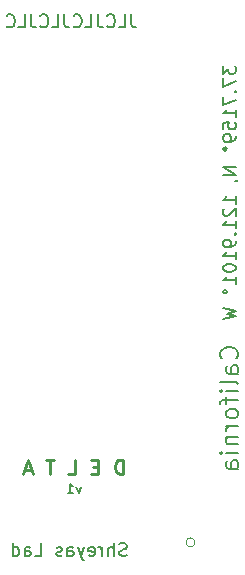
<source format=gbo>
%TF.GenerationSoftware,KiCad,Pcbnew,(6.0.2-0)*%
%TF.CreationDate,2022-06-16T14:33:15-07:00*%
%TF.ProjectId,delta,64656c74-612e-46b6-9963-61645f706362,v1*%
%TF.SameCoordinates,Original*%
%TF.FileFunction,Legend,Bot*%
%TF.FilePolarity,Positive*%
%FSLAX46Y46*%
G04 Gerber Fmt 4.6, Leading zero omitted, Abs format (unit mm)*
G04 Created by KiCad (PCBNEW (6.0.2-0)) date 2022-06-16 14:33:15*
%MOMM*%
%LPD*%
G01*
G04 APERTURE LIST*
%ADD10C,0.150000*%
%ADD11C,0.250000*%
%ADD12C,0.120000*%
%ADD13C,2.200000*%
%ADD14R,2.200000X2.200000*%
%ADD15C,4.400000*%
%ADD16C,0.700000*%
%ADD17O,0.900000X1.700000*%
%ADD18O,0.900000X2.400000*%
G04 APERTURE END LIST*
D10*
X130445238Y-123945238D02*
X130288095Y-123997619D01*
X130026190Y-123997619D01*
X129921428Y-123945238D01*
X129869047Y-123892857D01*
X129816666Y-123788095D01*
X129816666Y-123683333D01*
X129869047Y-123578571D01*
X129921428Y-123526190D01*
X130026190Y-123473809D01*
X130235714Y-123421428D01*
X130340476Y-123369047D01*
X130392857Y-123316666D01*
X130445238Y-123211904D01*
X130445238Y-123107142D01*
X130392857Y-123002380D01*
X130340476Y-122950000D01*
X130235714Y-122897619D01*
X129973809Y-122897619D01*
X129816666Y-122950000D01*
X129345238Y-123997619D02*
X129345238Y-122897619D01*
X128873809Y-123997619D02*
X128873809Y-123421428D01*
X128926190Y-123316666D01*
X129030952Y-123264285D01*
X129188095Y-123264285D01*
X129292857Y-123316666D01*
X129345238Y-123369047D01*
X128350000Y-123997619D02*
X128350000Y-123264285D01*
X128350000Y-123473809D02*
X128297619Y-123369047D01*
X128245238Y-123316666D01*
X128140476Y-123264285D01*
X128035714Y-123264285D01*
X127250000Y-123945238D02*
X127354761Y-123997619D01*
X127564285Y-123997619D01*
X127669047Y-123945238D01*
X127721428Y-123840476D01*
X127721428Y-123421428D01*
X127669047Y-123316666D01*
X127564285Y-123264285D01*
X127354761Y-123264285D01*
X127250000Y-123316666D01*
X127197619Y-123421428D01*
X127197619Y-123526190D01*
X127721428Y-123630952D01*
X126830952Y-123264285D02*
X126569047Y-123997619D01*
X126307142Y-123264285D02*
X126569047Y-123997619D01*
X126673809Y-124259523D01*
X126726190Y-124311904D01*
X126830952Y-124364285D01*
X125416666Y-123997619D02*
X125416666Y-123421428D01*
X125469047Y-123316666D01*
X125573809Y-123264285D01*
X125783333Y-123264285D01*
X125888095Y-123316666D01*
X125416666Y-123945238D02*
X125521428Y-123997619D01*
X125783333Y-123997619D01*
X125888095Y-123945238D01*
X125940476Y-123840476D01*
X125940476Y-123735714D01*
X125888095Y-123630952D01*
X125783333Y-123578571D01*
X125521428Y-123578571D01*
X125416666Y-123526190D01*
X124945238Y-123945238D02*
X124840476Y-123997619D01*
X124630952Y-123997619D01*
X124526190Y-123945238D01*
X124473809Y-123840476D01*
X124473809Y-123788095D01*
X124526190Y-123683333D01*
X124630952Y-123630952D01*
X124788095Y-123630952D01*
X124892857Y-123578571D01*
X124945238Y-123473809D01*
X124945238Y-123421428D01*
X124892857Y-123316666D01*
X124788095Y-123264285D01*
X124630952Y-123264285D01*
X124526190Y-123316666D01*
X122640476Y-123997619D02*
X123164285Y-123997619D01*
X123164285Y-122897619D01*
X121802380Y-123997619D02*
X121802380Y-123421428D01*
X121854761Y-123316666D01*
X121959523Y-123264285D01*
X122169047Y-123264285D01*
X122273809Y-123316666D01*
X121802380Y-123945238D02*
X121907142Y-123997619D01*
X122169047Y-123997619D01*
X122273809Y-123945238D01*
X122326190Y-123840476D01*
X122326190Y-123735714D01*
X122273809Y-123630952D01*
X122169047Y-123578571D01*
X121907142Y-123578571D01*
X121802380Y-123526190D01*
X120807142Y-123997619D02*
X120807142Y-122897619D01*
X120807142Y-123945238D02*
X120911904Y-123997619D01*
X121121428Y-123997619D01*
X121226190Y-123945238D01*
X121278571Y-123892857D01*
X121330952Y-123788095D01*
X121330952Y-123473809D01*
X121278571Y-123369047D01*
X121226190Y-123316666D01*
X121121428Y-123264285D01*
X120911904Y-123264285D01*
X120807142Y-123316666D01*
D11*
X130142857Y-117042857D02*
X130142857Y-115842857D01*
X129857142Y-115842857D01*
X129685714Y-115900000D01*
X129571428Y-116014285D01*
X129514285Y-116128571D01*
X129457142Y-116357142D01*
X129457142Y-116528571D01*
X129514285Y-116757142D01*
X129571428Y-116871428D01*
X129685714Y-116985714D01*
X129857142Y-117042857D01*
X130142857Y-117042857D01*
X128028571Y-116414285D02*
X127628571Y-116414285D01*
X127457142Y-117042857D02*
X128028571Y-117042857D01*
X128028571Y-115842857D01*
X127457142Y-115842857D01*
X125457142Y-117042857D02*
X126028571Y-117042857D01*
X126028571Y-115842857D01*
X124314285Y-115842857D02*
X123628571Y-115842857D01*
X123971428Y-117042857D02*
X123971428Y-115842857D01*
X122371428Y-116700000D02*
X121800000Y-116700000D01*
X122485714Y-117042857D02*
X122085714Y-115842857D01*
X121685714Y-117042857D01*
D10*
X126555428Y-118128571D02*
X126364952Y-118661904D01*
X126174476Y-118128571D01*
X125450666Y-118661904D02*
X125907809Y-118661904D01*
X125679238Y-118661904D02*
X125679238Y-117861904D01*
X125755428Y-117976190D01*
X125831619Y-118052380D01*
X125907809Y-118090476D01*
X130810952Y-78137619D02*
X130810952Y-78923333D01*
X130863333Y-79080476D01*
X130968095Y-79185238D01*
X131125238Y-79237619D01*
X131230000Y-79237619D01*
X129763333Y-79237619D02*
X130287142Y-79237619D01*
X130287142Y-78137619D01*
X128768095Y-79132857D02*
X128820476Y-79185238D01*
X128977619Y-79237619D01*
X129082380Y-79237619D01*
X129239523Y-79185238D01*
X129344285Y-79080476D01*
X129396666Y-78975714D01*
X129449047Y-78766190D01*
X129449047Y-78609047D01*
X129396666Y-78399523D01*
X129344285Y-78294761D01*
X129239523Y-78190000D01*
X129082380Y-78137619D01*
X128977619Y-78137619D01*
X128820476Y-78190000D01*
X128768095Y-78242380D01*
X127982380Y-78137619D02*
X127982380Y-78923333D01*
X128034761Y-79080476D01*
X128139523Y-79185238D01*
X128296666Y-79237619D01*
X128401428Y-79237619D01*
X126934761Y-79237619D02*
X127458571Y-79237619D01*
X127458571Y-78137619D01*
X125939523Y-79132857D02*
X125991904Y-79185238D01*
X126149047Y-79237619D01*
X126253809Y-79237619D01*
X126410952Y-79185238D01*
X126515714Y-79080476D01*
X126568095Y-78975714D01*
X126620476Y-78766190D01*
X126620476Y-78609047D01*
X126568095Y-78399523D01*
X126515714Y-78294761D01*
X126410952Y-78190000D01*
X126253809Y-78137619D01*
X126149047Y-78137619D01*
X125991904Y-78190000D01*
X125939523Y-78242380D01*
X125153809Y-78137619D02*
X125153809Y-78923333D01*
X125206190Y-79080476D01*
X125310952Y-79185238D01*
X125468095Y-79237619D01*
X125572857Y-79237619D01*
X124106190Y-79237619D02*
X124630000Y-79237619D01*
X124630000Y-78137619D01*
X123110952Y-79132857D02*
X123163333Y-79185238D01*
X123320476Y-79237619D01*
X123425238Y-79237619D01*
X123582380Y-79185238D01*
X123687142Y-79080476D01*
X123739523Y-78975714D01*
X123791904Y-78766190D01*
X123791904Y-78609047D01*
X123739523Y-78399523D01*
X123687142Y-78294761D01*
X123582380Y-78190000D01*
X123425238Y-78137619D01*
X123320476Y-78137619D01*
X123163333Y-78190000D01*
X123110952Y-78242380D01*
X122325238Y-78137619D02*
X122325238Y-78923333D01*
X122377619Y-79080476D01*
X122482380Y-79185238D01*
X122639523Y-79237619D01*
X122744285Y-79237619D01*
X121277619Y-79237619D02*
X121801428Y-79237619D01*
X121801428Y-78137619D01*
X120282380Y-79132857D02*
X120334761Y-79185238D01*
X120491904Y-79237619D01*
X120596666Y-79237619D01*
X120753809Y-79185238D01*
X120858571Y-79080476D01*
X120910952Y-78975714D01*
X120963333Y-78766190D01*
X120963333Y-78609047D01*
X120910952Y-78399523D01*
X120858571Y-78294761D01*
X120753809Y-78190000D01*
X120596666Y-78137619D01*
X120491904Y-78137619D01*
X120334761Y-78190000D01*
X120282380Y-78242380D01*
X139727714Y-107256000D02*
X139799142Y-107184571D01*
X139870571Y-106970285D01*
X139870571Y-106827428D01*
X139799142Y-106613142D01*
X139656285Y-106470285D01*
X139513428Y-106398857D01*
X139227714Y-106327428D01*
X139013428Y-106327428D01*
X138727714Y-106398857D01*
X138584857Y-106470285D01*
X138442000Y-106613142D01*
X138370571Y-106827428D01*
X138370571Y-106970285D01*
X138442000Y-107184571D01*
X138513428Y-107256000D01*
X139870571Y-108541714D02*
X139084857Y-108541714D01*
X138942000Y-108470285D01*
X138870571Y-108327428D01*
X138870571Y-108041714D01*
X138942000Y-107898857D01*
X139799142Y-108541714D02*
X139870571Y-108398857D01*
X139870571Y-108041714D01*
X139799142Y-107898857D01*
X139656285Y-107827428D01*
X139513428Y-107827428D01*
X139370571Y-107898857D01*
X139299142Y-108041714D01*
X139299142Y-108398857D01*
X139227714Y-108541714D01*
X139870571Y-109470285D02*
X139799142Y-109327428D01*
X139656285Y-109256000D01*
X138370571Y-109256000D01*
X139870571Y-110041714D02*
X138870571Y-110041714D01*
X138370571Y-110041714D02*
X138442000Y-109970285D01*
X138513428Y-110041714D01*
X138442000Y-110113142D01*
X138370571Y-110041714D01*
X138513428Y-110041714D01*
X138870571Y-110541714D02*
X138870571Y-111113142D01*
X139870571Y-110756000D02*
X138584857Y-110756000D01*
X138442000Y-110827428D01*
X138370571Y-110970285D01*
X138370571Y-111113142D01*
X139870571Y-111827428D02*
X139799142Y-111684571D01*
X139727714Y-111613142D01*
X139584857Y-111541714D01*
X139156285Y-111541714D01*
X139013428Y-111613142D01*
X138942000Y-111684571D01*
X138870571Y-111827428D01*
X138870571Y-112041714D01*
X138942000Y-112184571D01*
X139013428Y-112256000D01*
X139156285Y-112327428D01*
X139584857Y-112327428D01*
X139727714Y-112256000D01*
X139799142Y-112184571D01*
X139870571Y-112041714D01*
X139870571Y-111827428D01*
X139870571Y-112970285D02*
X138870571Y-112970285D01*
X139156285Y-112970285D02*
X139013428Y-113041714D01*
X138942000Y-113113142D01*
X138870571Y-113256000D01*
X138870571Y-113398857D01*
X138870571Y-113898857D02*
X139870571Y-113898857D01*
X139013428Y-113898857D02*
X138942000Y-113970285D01*
X138870571Y-114113142D01*
X138870571Y-114327428D01*
X138942000Y-114470285D01*
X139084857Y-114541714D01*
X139870571Y-114541714D01*
X139870571Y-115256000D02*
X138870571Y-115256000D01*
X138370571Y-115256000D02*
X138442000Y-115184571D01*
X138513428Y-115256000D01*
X138442000Y-115327428D01*
X138370571Y-115256000D01*
X138513428Y-115256000D01*
X139870571Y-116613142D02*
X139084857Y-116613142D01*
X138942000Y-116541714D01*
X138870571Y-116398857D01*
X138870571Y-116113142D01*
X138942000Y-115970285D01*
X139799142Y-116613142D02*
X139870571Y-116470285D01*
X139870571Y-116113142D01*
X139799142Y-115970285D01*
X139656285Y-115898857D01*
X139513428Y-115898857D01*
X139370571Y-115970285D01*
X139299142Y-116113142D01*
X139299142Y-116470285D01*
X139227714Y-116613142D01*
X138589619Y-82479904D02*
X138589619Y-83160857D01*
X139008666Y-82794190D01*
X139008666Y-82951333D01*
X139061047Y-83056095D01*
X139113428Y-83108476D01*
X139218190Y-83160857D01*
X139480095Y-83160857D01*
X139584857Y-83108476D01*
X139637238Y-83056095D01*
X139689619Y-82951333D01*
X139689619Y-82637047D01*
X139637238Y-82532285D01*
X139584857Y-82479904D01*
X138589619Y-83527523D02*
X138589619Y-84260857D01*
X139689619Y-83789428D01*
X139584857Y-84679904D02*
X139637238Y-84732285D01*
X139689619Y-84679904D01*
X139637238Y-84627523D01*
X139584857Y-84679904D01*
X139689619Y-84679904D01*
X138589619Y-85098952D02*
X138589619Y-85832285D01*
X139689619Y-85360857D01*
X139689619Y-86827523D02*
X139689619Y-86198952D01*
X139689619Y-86513238D02*
X138589619Y-86513238D01*
X138746761Y-86408476D01*
X138851523Y-86303714D01*
X138903904Y-86198952D01*
X138589619Y-87822761D02*
X138589619Y-87298952D01*
X139113428Y-87246571D01*
X139061047Y-87298952D01*
X139008666Y-87403714D01*
X139008666Y-87665619D01*
X139061047Y-87770380D01*
X139113428Y-87822761D01*
X139218190Y-87875142D01*
X139480095Y-87875142D01*
X139584857Y-87822761D01*
X139637238Y-87770380D01*
X139689619Y-87665619D01*
X139689619Y-87403714D01*
X139637238Y-87298952D01*
X139584857Y-87246571D01*
X139689619Y-88398952D02*
X139689619Y-88608476D01*
X139637238Y-88713238D01*
X139584857Y-88765619D01*
X139427714Y-88870380D01*
X139218190Y-88922761D01*
X138799142Y-88922761D01*
X138694380Y-88870380D01*
X138642000Y-88818000D01*
X138589619Y-88713238D01*
X138589619Y-88503714D01*
X138642000Y-88398952D01*
X138694380Y-88346571D01*
X138799142Y-88294190D01*
X139061047Y-88294190D01*
X139165809Y-88346571D01*
X139218190Y-88398952D01*
X139270571Y-88503714D01*
X139270571Y-88713238D01*
X139218190Y-88818000D01*
X139165809Y-88870380D01*
X139061047Y-88922761D01*
X138589619Y-89551333D02*
X138642000Y-89446571D01*
X138746761Y-89394190D01*
X138851523Y-89446571D01*
X138903904Y-89551333D01*
X138851523Y-89656095D01*
X138746761Y-89708476D01*
X138642000Y-89656095D01*
X138589619Y-89551333D01*
X139689619Y-91070380D02*
X138589619Y-91070380D01*
X139689619Y-91698952D01*
X138589619Y-91698952D01*
X139637238Y-92275142D02*
X139689619Y-92275142D01*
X139794380Y-92222761D01*
X139846761Y-92170380D01*
X139689619Y-94160857D02*
X139689619Y-93532285D01*
X139689619Y-93846571D02*
X138589619Y-93846571D01*
X138746761Y-93741809D01*
X138851523Y-93637047D01*
X138903904Y-93532285D01*
X138694380Y-94579904D02*
X138642000Y-94632285D01*
X138589619Y-94737047D01*
X138589619Y-94998952D01*
X138642000Y-95103714D01*
X138694380Y-95156095D01*
X138799142Y-95208476D01*
X138903904Y-95208476D01*
X139061047Y-95156095D01*
X139689619Y-94527523D01*
X139689619Y-95208476D01*
X139689619Y-96256095D02*
X139689619Y-95627523D01*
X139689619Y-95941809D02*
X138589619Y-95941809D01*
X138746761Y-95837047D01*
X138851523Y-95732285D01*
X138903904Y-95627523D01*
X139584857Y-96727523D02*
X139637238Y-96779904D01*
X139689619Y-96727523D01*
X139637238Y-96675142D01*
X139584857Y-96727523D01*
X139689619Y-96727523D01*
X139689619Y-97303714D02*
X139689619Y-97513238D01*
X139637238Y-97618000D01*
X139584857Y-97670380D01*
X139427714Y-97775142D01*
X139218190Y-97827523D01*
X138799142Y-97827523D01*
X138694380Y-97775142D01*
X138642000Y-97722761D01*
X138589619Y-97618000D01*
X138589619Y-97408476D01*
X138642000Y-97303714D01*
X138694380Y-97251333D01*
X138799142Y-97198952D01*
X139061047Y-97198952D01*
X139165809Y-97251333D01*
X139218190Y-97303714D01*
X139270571Y-97408476D01*
X139270571Y-97618000D01*
X139218190Y-97722761D01*
X139165809Y-97775142D01*
X139061047Y-97827523D01*
X139689619Y-98875142D02*
X139689619Y-98246571D01*
X139689619Y-98560857D02*
X138589619Y-98560857D01*
X138746761Y-98456095D01*
X138851523Y-98351333D01*
X138903904Y-98246571D01*
X138589619Y-99556095D02*
X138589619Y-99660857D01*
X138642000Y-99765619D01*
X138694380Y-99818000D01*
X138799142Y-99870380D01*
X139008666Y-99922761D01*
X139270571Y-99922761D01*
X139480095Y-99870380D01*
X139584857Y-99818000D01*
X139637238Y-99765619D01*
X139689619Y-99660857D01*
X139689619Y-99556095D01*
X139637238Y-99451333D01*
X139584857Y-99398952D01*
X139480095Y-99346571D01*
X139270571Y-99294190D01*
X139008666Y-99294190D01*
X138799142Y-99346571D01*
X138694380Y-99398952D01*
X138642000Y-99451333D01*
X138589619Y-99556095D01*
X139689619Y-100970380D02*
X139689619Y-100341809D01*
X139689619Y-100656095D02*
X138589619Y-100656095D01*
X138746761Y-100551333D01*
X138851523Y-100446571D01*
X138903904Y-100341809D01*
X138589619Y-101598952D02*
X138642000Y-101494190D01*
X138746761Y-101441809D01*
X138851523Y-101494190D01*
X138903904Y-101598952D01*
X138851523Y-101703714D01*
X138746761Y-101756095D01*
X138642000Y-101703714D01*
X138589619Y-101598952D01*
X138589619Y-103013238D02*
X139689619Y-103275142D01*
X138903904Y-103484666D01*
X139689619Y-103694190D01*
X138589619Y-103956095D01*
D12*
X136220200Y-122838486D02*
G75*
G03*
X136220200Y-122838486I-381000J0D01*
G01*
%LPC*%
D13*
X117566000Y-96924000D03*
X117566000Y-90424000D03*
X113066000Y-90424000D03*
D14*
X113066000Y-96924000D03*
X113066000Y-106628000D03*
D13*
X113066000Y-100128000D03*
X117566000Y-100128000D03*
X117566000Y-106628000D03*
D15*
X113600000Y-72600000D03*
D16*
X128705000Y-76415000D03*
X127855000Y-76415000D03*
X127005000Y-76415000D03*
X126155000Y-76415000D03*
X125305000Y-76415000D03*
X124455000Y-76415000D03*
X123605000Y-76415000D03*
X122755000Y-76415000D03*
X122755000Y-75065000D03*
X123605000Y-75065000D03*
X124455000Y-75065000D03*
X125305000Y-75065000D03*
X126155000Y-75065000D03*
X127005000Y-75065000D03*
X127855000Y-75065000D03*
X128705000Y-75065000D03*
D17*
X121405000Y-72055000D03*
X130055000Y-72055000D03*
D18*
X130055000Y-75435000D03*
X121405000Y-75435000D03*
D15*
X138400000Y-127400000D03*
X138400000Y-72600000D03*
X113600000Y-127400000D03*
M02*

</source>
